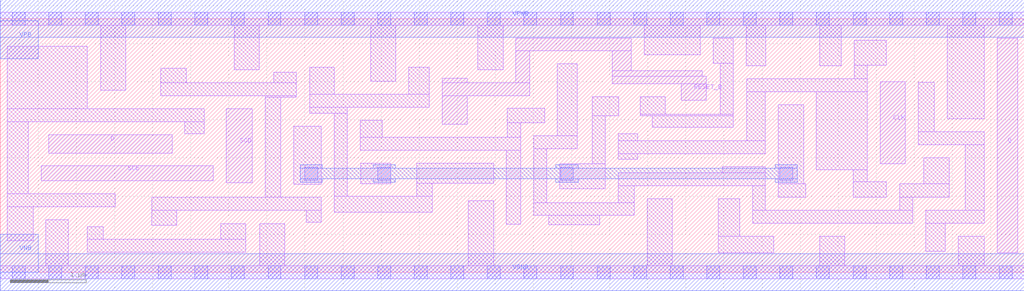
<source format=lef>
# Copyright 2020 The SkyWater PDK Authors
#
# Licensed under the Apache License, Version 2.0 (the "License");
# you may not use this file except in compliance with the License.
# You may obtain a copy of the License at
#
#     https://www.apache.org/licenses/LICENSE-2.0
#
# Unless required by applicable law or agreed to in writing, software
# distributed under the License is distributed on an "AS IS" BASIS,
# WITHOUT WARRANTIES OR CONDITIONS OF ANY KIND, either express or implied.
# See the License for the specific language governing permissions and
# limitations under the License.
#
# SPDX-License-Identifier: Apache-2.0

VERSION 5.5 ;
NAMESCASESENSITIVE ON ;
BUSBITCHARS "[]" ;
DIVIDERCHAR "/" ;
MACRO sky130_fd_sc_lp__sdfrtp_ov2
  CLASS CORE ;
  SOURCE USER ;
  ORIGIN  0.000000  0.000000 ;
  SIZE  13.44000 BY  3.330000 ;
  SYMMETRY X Y ;
  SITE unit ;
  PIN D
    ANTENNAGATEAREA  0.126000 ;
    DIRECTION INPUT ;
    USE SIGNAL ;
    PORT
      LAYER li1 ;
        RECT 0.635000 1.565000 2.255000 1.805000 ;
    END
  END D
  PIN Q
    ANTENNADIFFAREA  0.556500 ;
    DIRECTION OUTPUT ;
    USE SIGNAL ;
    PORT
      LAYER li1 ;
        RECT 13.085000 0.255000 13.355000 3.075000 ;
    END
  END Q
  PIN RESET_B
    ANTENNAGATEAREA  0.378000 ;
    DIRECTION INPUT ;
    USE SIGNAL ;
    PORT
      LAYER li1 ;
        RECT 5.800000 1.940000 6.130000 2.320000 ;
        RECT 5.800000 2.320000 6.950000 2.490000 ;
        RECT 5.800000 2.490000 6.130000 2.545000 ;
        RECT 6.770000 2.490000 6.950000 2.905000 ;
        RECT 6.770000 2.905000 8.285000 3.075000 ;
        RECT 8.035000 2.475000 9.270000 2.570000 ;
        RECT 8.035000 2.570000 9.215000 2.645000 ;
        RECT 8.035000 2.645000 8.285000 2.905000 ;
        RECT 8.940000 2.255000 9.270000 2.475000 ;
    END
  END RESET_B
  PIN SCD
    ANTENNAGATEAREA  0.126000 ;
    DIRECTION INPUT ;
    USE SIGNAL ;
    PORT
      LAYER li1 ;
        RECT 2.965000 1.175000 3.310000 2.145000 ;
    END
  END SCD
  PIN SCE
    ANTENNAGATEAREA  0.285000 ;
    DIRECTION INPUT ;
    USE SIGNAL ;
    PORT
      LAYER li1 ;
        RECT 0.540000 1.200000 2.795000 1.395000 ;
    END
  END SCE
  PIN CLK
    ANTENNAGATEAREA  0.126000 ;
    DIRECTION INPUT ;
    USE CLOCK ;
    PORT
      LAYER li1 ;
        RECT 11.550000 1.425000 11.880000 2.500000 ;
    END
  END CLK
  PIN VGND
    DIRECTION INOUT ;
    USE GROUND ;
    PORT
      LAYER met1 ;
        RECT 0.000000 -0.245000 13.440000 0.245000 ;
    END
  END VGND
  PIN VNB
    DIRECTION INOUT ;
    USE GROUND ;
    PORT
    END
  END VNB
  PIN VPB
    DIRECTION INOUT ;
    USE POWER ;
    PORT
    END
  END VPB
  PIN VNB
    DIRECTION INOUT ;
    USE GROUND ;
    PORT
      LAYER met1 ;
        RECT 0.000000 0.000000 0.500000 0.500000 ;
    END
  END VNB
  PIN VPB
    DIRECTION INOUT ;
    USE POWER ;
    PORT
      LAYER met1 ;
        RECT 0.000000 2.800000 0.500000 3.300000 ;
    END
  END VPB
  PIN VPWR
    DIRECTION INOUT ;
    USE POWER ;
    PORT
      LAYER met1 ;
        RECT 0.000000 3.085000 13.440000 3.575000 ;
    END
  END VPWR
  OBS
    LAYER li1 ;
      RECT  0.000000 -0.085000 13.440000 0.085000 ;
      RECT  0.000000  3.245000 13.440000 3.415000 ;
      RECT  0.090000  0.415000  0.430000 0.860000 ;
      RECT  0.090000  0.860000  1.510000 1.030000 ;
      RECT  0.090000  1.030000  0.370000 1.975000 ;
      RECT  0.090000  1.975000  2.675000 2.145000 ;
      RECT  0.090000  2.145000  1.140000 2.965000 ;
      RECT  0.600000  0.085000  0.895000 0.690000 ;
      RECT  1.145000  0.265000  3.225000 0.435000 ;
      RECT  1.145000  0.435000  1.355000 0.595000 ;
      RECT  1.320000  2.390000  1.650000 3.245000 ;
      RECT  1.990000  0.615000  2.320000 0.815000 ;
      RECT  1.990000  0.815000  4.215000 0.985000 ;
      RECT  2.110000  2.315000  3.885000 2.485000 ;
      RECT  2.110000  2.485000  2.440000 2.680000 ;
      RECT  2.425000  1.815000  2.675000 1.975000 ;
      RECT  2.895000  0.435000  3.225000 0.635000 ;
      RECT  3.070000  2.655000  3.400000 3.245000 ;
      RECT  3.405000  0.085000  3.735000 0.635000 ;
      RECT  3.480000  0.985000  3.685000 2.295000 ;
      RECT  3.480000  2.295000  3.885000 2.315000 ;
      RECT  3.590000  2.485000  3.885000 2.625000 ;
      RECT  3.855000  1.155000  4.215000 1.915000 ;
      RECT  4.015000  0.655000  4.215000 0.815000 ;
      RECT  4.065000  2.085000  4.555000 2.165000 ;
      RECT  4.065000  2.165000  5.630000 2.335000 ;
      RECT  4.065000  2.335000  4.385000 2.690000 ;
      RECT  4.385000  0.785000  5.670000 0.995000 ;
      RECT  4.385000  0.995000  4.555000 2.085000 ;
      RECT  4.725000  1.600000  6.835000 1.770000 ;
      RECT  4.725000  1.770000  5.015000 1.995000 ;
      RECT  4.735000  1.165000  5.125000 1.430000 ;
      RECT  4.865000  2.505000  5.195000 3.245000 ;
      RECT  5.365000  2.335000  5.630000 2.690000 ;
      RECT  5.465000  0.995000  5.670000 1.170000 ;
      RECT  5.465000  1.170000  6.475000 1.430000 ;
      RECT  6.145000  0.085000  6.475000 0.940000 ;
      RECT  6.270000  2.660000  6.600000 3.245000 ;
      RECT  6.645000  0.630000  6.835000 1.600000 ;
      RECT  6.655000  1.770000  6.835000 1.960000 ;
      RECT  6.655000  1.960000  7.145000 2.150000 ;
      RECT  7.005000  0.745000  8.320000 0.915000 ;
      RECT  7.005000  0.915000  7.175000 1.620000 ;
      RECT  7.005000  1.620000  7.575000 1.790000 ;
      RECT  7.200000  0.625000  7.870000 0.745000 ;
      RECT  7.315000  1.790000  7.575000 2.735000 ;
      RECT  7.345000  1.095000  7.940000 1.425000 ;
      RECT  7.770000  1.425000  7.940000 2.055000 ;
      RECT  7.770000  2.055000  8.120000 2.305000 ;
      RECT  8.110000  0.915000  8.320000 1.135000 ;
      RECT  8.110000  1.135000 10.045000 1.305000 ;
      RECT  8.110000  1.485000  8.370000 1.555000 ;
      RECT  8.110000  1.555000 10.045000 1.725000 ;
      RECT  8.110000  1.725000  8.370000 1.815000 ;
      RECT  8.400000  2.055000  9.620000 2.075000 ;
      RECT  8.400000  2.075000  8.730000 2.305000 ;
      RECT  8.455000  2.855000  9.190000 3.245000 ;
      RECT  8.490000  0.085000  8.820000 0.965000 ;
      RECT  8.560000  1.905000  9.620000 2.055000 ;
      RECT  9.360000  2.745000  9.620000 3.075000 ;
      RECT  9.425000  0.255000 10.155000 0.475000 ;
      RECT  9.425000  0.475000  9.705000 0.965000 ;
      RECT  9.450000  2.075000  9.620000 2.745000 ;
      RECT  9.480000  1.305000 10.045000 1.385000 ;
      RECT  9.790000  2.710000 10.050000 3.245000 ;
      RECT  9.800000  1.725000 10.045000 2.370000 ;
      RECT  9.800000  2.370000 11.380000 2.540000 ;
      RECT  9.875000  0.645000 11.980000 0.815000 ;
      RECT  9.875000  0.815000 10.045000 1.135000 ;
      RECT 10.215000  0.985000 10.575000 1.165000 ;
      RECT 10.215000  1.165000 10.545000 2.200000 ;
      RECT 10.715000  1.345000 11.380000 2.370000 ;
      RECT 10.755000  0.085000 11.085000 0.475000 ;
      RECT 10.755000  2.710000 11.040000 3.245000 ;
      RECT 11.200000  0.985000 11.630000 1.185000 ;
      RECT 11.200000  1.185000 11.380000 1.345000 ;
      RECT 11.210000  2.540000 11.380000 2.715000 ;
      RECT 11.210000  2.715000 11.630000 3.045000 ;
      RECT 11.810000  0.815000 11.980000 0.985000 ;
      RECT 11.810000  0.985000 12.455000 1.165000 ;
      RECT 12.050000  1.675000 12.915000 1.845000 ;
      RECT 12.050000  1.845000 12.260000 2.495000 ;
      RECT 12.125000  1.165000 12.455000 1.505000 ;
      RECT 12.150000  0.275000 12.405000 0.645000 ;
      RECT 12.150000  0.645000 12.915000 0.815000 ;
      RECT 12.430000  2.015000 12.915000 3.245000 ;
      RECT 12.575000  0.085000 12.915000 0.475000 ;
      RECT 12.665000  0.815000 12.915000 1.675000 ;
    LAYER mcon ;
      RECT  0.155000 -0.085000  0.325000 0.085000 ;
      RECT  0.155000  3.245000  0.325000 3.415000 ;
      RECT  0.635000 -0.085000  0.805000 0.085000 ;
      RECT  0.635000  3.245000  0.805000 3.415000 ;
      RECT  1.115000 -0.085000  1.285000 0.085000 ;
      RECT  1.115000  3.245000  1.285000 3.415000 ;
      RECT  1.595000 -0.085000  1.765000 0.085000 ;
      RECT  1.595000  3.245000  1.765000 3.415000 ;
      RECT  2.075000 -0.085000  2.245000 0.085000 ;
      RECT  2.075000  3.245000  2.245000 3.415000 ;
      RECT  2.555000 -0.085000  2.725000 0.085000 ;
      RECT  2.555000  3.245000  2.725000 3.415000 ;
      RECT  3.035000 -0.085000  3.205000 0.085000 ;
      RECT  3.035000  3.245000  3.205000 3.415000 ;
      RECT  3.515000 -0.085000  3.685000 0.085000 ;
      RECT  3.515000  3.245000  3.685000 3.415000 ;
      RECT  3.995000 -0.085000  4.165000 0.085000 ;
      RECT  3.995000  1.210000  4.165000 1.380000 ;
      RECT  3.995000  3.245000  4.165000 3.415000 ;
      RECT  4.475000 -0.085000  4.645000 0.085000 ;
      RECT  4.475000  3.245000  4.645000 3.415000 ;
      RECT  4.955000 -0.085000  5.125000 0.085000 ;
      RECT  4.955000  1.210000  5.125000 1.380000 ;
      RECT  4.955000  3.245000  5.125000 3.415000 ;
      RECT  5.435000 -0.085000  5.605000 0.085000 ;
      RECT  5.435000  3.245000  5.605000 3.415000 ;
      RECT  5.915000 -0.085000  6.085000 0.085000 ;
      RECT  5.915000  3.245000  6.085000 3.415000 ;
      RECT  6.395000 -0.085000  6.565000 0.085000 ;
      RECT  6.395000  3.245000  6.565000 3.415000 ;
      RECT  6.875000 -0.085000  7.045000 0.085000 ;
      RECT  6.875000  3.245000  7.045000 3.415000 ;
      RECT  7.355000 -0.085000  7.525000 0.085000 ;
      RECT  7.355000  1.210000  7.525000 1.380000 ;
      RECT  7.355000  3.245000  7.525000 3.415000 ;
      RECT  7.835000 -0.085000  8.005000 0.085000 ;
      RECT  7.835000  3.245000  8.005000 3.415000 ;
      RECT  8.315000 -0.085000  8.485000 0.085000 ;
      RECT  8.315000  3.245000  8.485000 3.415000 ;
      RECT  8.795000 -0.085000  8.965000 0.085000 ;
      RECT  8.795000  3.245000  8.965000 3.415000 ;
      RECT  9.275000 -0.085000  9.445000 0.085000 ;
      RECT  9.275000  3.245000  9.445000 3.415000 ;
      RECT  9.755000 -0.085000  9.925000 0.085000 ;
      RECT  9.755000  3.245000  9.925000 3.415000 ;
      RECT 10.235000 -0.085000 10.405000 0.085000 ;
      RECT 10.235000  1.210000 10.405000 1.380000 ;
      RECT 10.235000  3.245000 10.405000 3.415000 ;
      RECT 10.715000 -0.085000 10.885000 0.085000 ;
      RECT 10.715000  3.245000 10.885000 3.415000 ;
      RECT 11.195000 -0.085000 11.365000 0.085000 ;
      RECT 11.195000  3.245000 11.365000 3.415000 ;
      RECT 11.675000 -0.085000 11.845000 0.085000 ;
      RECT 11.675000  3.245000 11.845000 3.415000 ;
      RECT 12.155000 -0.085000 12.325000 0.085000 ;
      RECT 12.155000  3.245000 12.325000 3.415000 ;
      RECT 12.635000 -0.085000 12.805000 0.085000 ;
      RECT 12.635000  3.245000 12.805000 3.415000 ;
      RECT 13.115000 -0.085000 13.285000 0.085000 ;
      RECT 13.115000  3.245000 13.285000 3.415000 ;
    LAYER met1 ;
      RECT  3.935000 1.180000  4.225000 1.225000 ;
      RECT  3.935000 1.225000 10.465000 1.365000 ;
      RECT  3.935000 1.365000  4.225000 1.410000 ;
      RECT  4.895000 1.180000  5.185000 1.225000 ;
      RECT  4.895000 1.365000  5.185000 1.410000 ;
      RECT  7.295000 1.180000  7.585000 1.225000 ;
      RECT  7.295000 1.365000  7.585000 1.410000 ;
      RECT 10.175000 1.180000 10.465000 1.225000 ;
      RECT 10.175000 1.365000 10.465000 1.410000 ;
  END
END sky130_fd_sc_lp__sdfrtp_ov2
END LIBRARY

</source>
